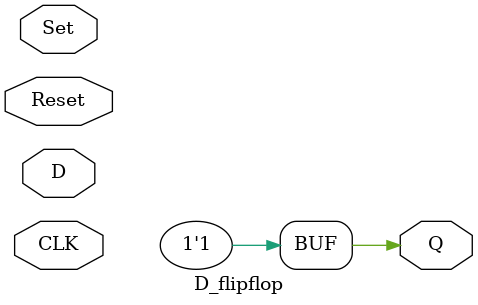
<source format=v>
module D_flipflop(input CLK, Reset, 
                   Set,  D, output reg Q);

  
  always @(posedge CLK) begin
    if (Reset == 0 && Set == 0)
      Q = D; 
  end
  
  always @(Reset) begin
    Q = 0;
  end
  
  always @(Set) begin
    Q = 1;
  end
  
endmodule

</source>
